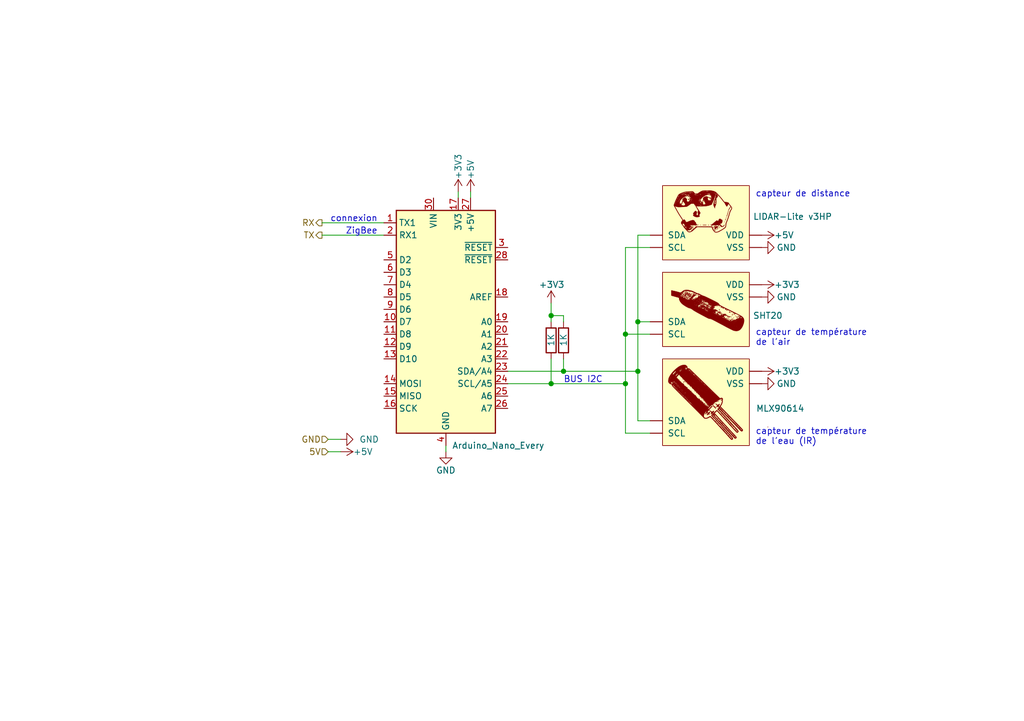
<source format=kicad_sch>
(kicad_sch (version 20230121) (generator eeschema)
  (paper "A5")
  (lib_symbols
    (symbol "Device:R" (pin_numbers hide) (pin_names (offset 0))
      (property "Reference" "R" (at 2.032 0 90))
      (property "Value" "R" (at 0 0 90))
      (symbol "R_1_1"
        (pin passive line (at 0 3.81 270) (length 1.27) (name "~") (number "1"))
        (pin passive line (at 0 -3.81 90) (length 1.27) (name "~") (number "2"))
      )
    )
    (symbol "Library_puits:MLX90614ESF-BCI-000-TU" (pin_names (offset 1.016))
      (symbol "MLX90614ESF-BCI-000-TU_1_1"
        (pin input line (at -11.43 -6.35 0) (length 2.54) (name "SCL") (number ""))
        (pin input line (at -11.43 -3.81 0) (length 2.54) (name "SDA") (number ""))
        (pin input line (at 11.43 6.35 180) (length 2.54) (name "VDD") (number ""))
        (pin input line (at 11.43 3.81 180) (length 2.54) (name "VSS") (number ""))
      )
    )
    (symbol "Library_puits:SEN-14599" (pin_names (offset 1.016))
      (symbol "SEN-14599_1_1"
        (pin input line (at -11.43 -5.08 0) (length 2.54) (name "SCL") (number ""))
        (pin input line (at -11.43 -2.54 0) (length 2.54) (name "SDA") (number ""))
        (pin input line (at 11.43 -2.54 180) (length 2.54) (name "VDD") (number ""))
        (pin input line (at 11.43 -5.08 180) (length 2.54) (name "VSS") (number ""))
      )
    )
    (symbol "Library_puits:SHT20" (pin_names (offset 1.016))
      (symbol "SHT20_1_1"
        (pin input line (at -11.43 -5.08 0) (length 2.54) (name "SCL") (number ""))
        (pin input line (at -11.43 -2.54 0) (length 2.54) (name "SDA") (number ""))
        (pin input line (at 11.43 5.08 180) (length 2.54) (name "VDD") (number ""))
        (pin input line (at 11.43 2.54 180) (length 2.54) (name "VSS") (number ""))
      )
    )
    (symbol "MCU_Module:Arduino_Nano_Every"
      (property "Reference" "A" (at -10.16 23.495 0))
      (property "Value" "Arduino_Nano_Every" (at 5.08 -24.13 0))
      (symbol "Arduino_Nano_Every_1_1"
        (pin bidirectional line (at -12.7 20.32 0) (length 2.54) (name "TX1") (number "1"))
        (pin bidirectional line (at -12.7 0 0) (length 2.54) (name "D7") (number "10"))
        (pin bidirectional line (at -12.7 -2.54 0) (length 2.54) (name "D8") (number "11"))
        (pin bidirectional line (at -12.7 -5.08 0) (length 2.54) (name "D9") (number "12"))
        (pin bidirectional line (at -12.7 -7.62 0) (length 2.54) (name "D10") (number "13"))
        (pin bidirectional line (at -12.7 -12.7 0) (length 2.54) (name "MOSI") (number "14"))
        (pin bidirectional line (at -12.7 -15.24 0) (length 2.54) (name "MISO") (number "15"))
        (pin bidirectional line (at -12.7 -17.78 0) (length 2.54) (name "SCK") (number "16"))
        (pin power_out line (at 2.54 25.4 270) (length 2.54) (name "3V3") (number "17"))
        (pin input line (at 12.7 5.08 180) (length 2.54) (name "AREF") (number "18"))
        (pin bidirectional line (at 12.7 0 180) (length 2.54) (name "A0") (number "19"))
        (pin bidirectional line (at -12.7 17.78 0) (length 2.54) (name "RX1") (number "2"))
        (pin bidirectional line (at 12.7 -2.54 180) (length 2.54) (name "A1") (number "20"))
        (pin bidirectional line (at 12.7 -5.08 180) (length 2.54) (name "A2") (number "21"))
        (pin bidirectional line (at 12.7 -7.62 180) (length 2.54) (name "A3") (number "22"))
        (pin bidirectional line (at 12.7 -10.16 180) (length 2.54) (name "SDA/A4") (number "23"))
        (pin bidirectional line (at 12.7 -12.7 180) (length 2.54) (name "SCL/A5") (number "24"))
        (pin bidirectional line (at 12.7 -15.24 180) (length 2.54) (name "A6") (number "25"))
        (pin bidirectional line (at 12.7 -17.78 180) (length 2.54) (name "A7") (number "26"))
        (pin power_out line (at 5.08 25.4 270) (length 2.54) (name "+5V") (number "27"))
        (pin input line (at 12.7 12.7 180) (length 2.54) (name "~{RESET}") (number "28"))
        (pin passive line (at 0 -25.4 90) (length 2.54) hide (name "GND") (number "29"))
        (pin input line (at 12.7 15.24 180) (length 2.54) (name "~{RESET}") (number "3"))
        (pin power_in line (at -2.54 25.4 270) (length 2.54) (name "VIN") (number "30"))
        (pin power_in line (at 0 -25.4 90) (length 2.54) (name "GND") (number "4"))
        (pin bidirectional line (at -12.7 12.7 0) (length 2.54) (name "D2") (number "5"))
        (pin bidirectional line (at -12.7 10.16 0) (length 2.54) (name "D3") (number "6"))
        (pin bidirectional line (at -12.7 7.62 0) (length 2.54) (name "D4") (number "7"))
        (pin bidirectional line (at -12.7 5.08 0) (length 2.54) (name "D5") (number "8"))
        (pin bidirectional line (at -12.7 2.54 0) (length 2.54) (name "D6") (number "9"))
      )
    )
    (symbol "power:+3V3" (power) (pin_names (offset 0))
      (property "Value" "+3V3" (at 0 3.556 0))
      (symbol "+3V3_1_1"
        (pin power_in line (at 0 0 90) (length 0) hide (name "+3V3") (number "1"))
      )
    )
    (symbol "power:+5V" (power) (pin_names (offset 0))
      (property "Value" "+5V" (at 0 3.556 0))
      (symbol "+5V_1_1"
        (pin power_in line (at 0 0 90) (length 0) hide (name "+5V") (number "1"))
      )
    )
    (symbol "power:GND" (power) (pin_names (offset 0))
      (property "Value" "GND" (at 0 -3.81 0))
      (symbol "GND_1_1"
        (pin power_in line (at 0 0 270) (length 0) hide (name "GND") (number "1"))
      )
    )
  )
  (junction (at 130.81 76.2))
  (junction (at 130.81 66.04))
  (junction (at 115.57 76.2))
  (junction (at 128.27 68.58))
  (junction (at 113.03 64.77))
  (junction (at 128.27 78.74))
  (junction (at 113.03 78.74))
  (wire (pts (xy 104.14 76.2) (xy 115.57 76.2)))
  (wire (pts (xy 69.85 90.17) (xy 67.31 90.17)))
  (wire (pts (xy 113.03 64.77) (xy 115.57 64.77)))
  (wire (pts (xy 115.57 73.66) (xy 115.57 76.2)))
  (wire (pts (xy 133.35 66.04) (xy 130.81 66.04)))
  (wire (pts (xy 128.27 68.58) (xy 128.27 50.8)))
  (wire (pts (xy 113.03 62.23) (xy 113.03 64.77)))
  (wire (pts (xy 93.98 39.37) (xy 93.98 40.64)))
  (wire (pts (xy 130.81 48.26) (xy 133.35 48.26)))
  (wire (pts (xy 113.03 78.74) (xy 128.27 78.74)))
  (wire (pts (xy 133.35 88.9) (xy 128.27 88.9)))
  (wire (pts (xy 128.27 88.9) (xy 128.27 78.74)))
  (wire (pts (xy 128.27 50.8) (xy 133.35 50.8)))
  (wire (pts (xy 91.44 92.71) (xy 91.44 91.44)))
  (wire (pts (xy 113.03 73.66) (xy 113.03 78.74)))
  (wire (pts (xy 96.52 39.37) (xy 96.52 40.64)))
  (wire (pts (xy 128.27 68.58) (xy 133.35 68.58)))
  (wire (pts (xy 128.27 78.74) (xy 128.27 68.58)))
  (wire (pts (xy 69.85 92.71) (xy 67.31 92.71)))
  (wire (pts (xy 130.81 66.04) (xy 130.81 48.26)))
  (wire (pts (xy 130.81 76.2) (xy 130.81 86.36)))
  (wire (pts (xy 115.57 76.2) (xy 130.81 76.2)))
  (wire (pts (xy 66.04 48.26) (xy 78.74 48.26)))
  (wire (pts (xy 104.14 78.74) (xy 113.03 78.74)))
  (wire (pts (xy 113.03 64.77) (xy 113.03 66.04)))
  (wire (pts (xy 115.57 64.77) (xy 115.57 66.04)))
  (wire (pts (xy 66.04 45.72) (xy 78.74 45.72)))
  (wire (pts (xy 130.81 86.36) (xy 133.35 86.36)))
  (wire (pts (xy 130.81 66.04) (xy 130.81 76.2)))
  (text "connexion" (at 77.47 45.72 0) (effects (font (size 1.27 1.27)) (justify right bottom)))
  (text "capteur de température\nde l'air" (at 154.94 71.12 0) (effects (font (size 1.27 1.27)) (justify left bottom)))
  (text "BUS I2C" (at 115.57 78.74 0) (effects (font (size 1.27 1.27)) (justify left bottom)))
  (text "capteur de distance" (at 154.94 40.64 0) (effects (font (size 1.27 1.27)) (justify left bottom)))
  (text "ZigBee" (at 77.47 48.26 0) (effects (font (size 1.27 1.27)) (justify right bottom)))
  (text "capteur de température\nde l'eau (IR)" (at 154.94 91.44 0) (effects (font (size 1.27 1.27)) (justify left bottom)))
  (hierarchical_label "5V" (shape input) (at 67.31 92.71 180))
  (hierarchical_label "RX" (shape output) (at 66.04 45.72 180))
  (hierarchical_label "TX" (shape output) (at 66.04 48.26 180))
  (hierarchical_label "GND" (shape input) (at 67.31 90.17 180))
  (symbol (lib_id "Library_puits:SEN-14599") (at 144.78 45.72 0) (unit 1)
    (property "Reference" "U4" (effects hide))
    (property "Value" "LIDAR-Lite v3HP" (at 162.56 44.45 0))
  )
  (symbol (lib_id "power:+5V") (at 69.85 92.71 270) (unit 1)
    (property "Reference" "#PWR017" (effects hide))
    (property "Value" "+5V" (at 72.39 92.71 90) (effects (justify left)))
  )
  (symbol (lib_id "power:+3V3") (at 156.21 76.2 270) (unit 1)
    (property "Reference" "#PWR03" (effects hide))
    (property "Value" "+3V3" (at 158.75 76.2 90) (effects (justify left)))
  )
  (symbol (lib_id "power:GND") (at 91.44 92.71 0) (unit 1)
    (property "Reference" "#PWR04" (effects hide))
    (property "Value" "GND" (at 91.44 96.52 0))
  )
  (symbol (lib_id "power:GND") (at 156.21 60.96 90) (unit 1)
    (property "Reference" "#PWR09" (effects hide))
    (property "Value" "GND" (at 161.29 60.96 90))
  )
  (symbol (lib_id "power:GND") (at 69.85 90.17 90) (unit 1)
    (property "Reference" "#PWR01" (effects hide))
    (property "Value" "GND" (at 73.66 90.17 90) (effects (justify right)))
  )
  (symbol (lib_id "MCU_Module:Arduino_Nano_Every") (at 91.44 66.04 0) (unit 1)
    (property "Reference" "U1" (effects hide))
    (property "Value" "Arduino_Nano_Every" (at 92.71 91.44 0) (effects (justify left)))
    (property "Footprint" "Module:Arduino_Nano" (effects hide))
    (property "Datasheet" "https://content.arduino.cc/assets/NANOEveryV3.0_sch.pdf" (effects hide))
  )
  (symbol (lib_id "power:+3V3") (at 93.98 39.37 0) (unit 1)
    (property "Reference" "#PWR06" (effects hide))
    (property "Value" "+3V3" (at 93.98 36.83 90) (effects (justify left)))
  )
  (symbol (lib_id "Device:R") (at 113.03 69.85 0) (mirror y) (unit 1)
    (property "Reference" "R1" (effects hide))
    (property "Value" "1K" (at 113.03 71.12 90) (effects (justify left)))
  )
  (symbol (lib_id "power:GND") (at 156.21 50.8 90) (unit 1)
    (property "Reference" "#PWR011" (effects hide))
    (property "Value" "GND" (at 161.29 50.8 90))
  )
  (symbol (lib_id "power:GND") (at 156.21 78.74 90) (unit 1)
    (property "Reference" "#PWR014" (effects hide))
    (property "Value" "GND" (at 161.29 78.74 90))
  )
  (symbol (lib_id "Device:R") (at 115.57 69.85 0) (unit 1)
    (property "Reference" "R2" (effects hide))
    (property "Value" "1K" (at 115.57 71.12 90) (effects (justify left)))
  )
  (symbol (lib_id "power:+5V") (at 156.21 48.26 270) (unit 1)
    (property "Reference" "#PWR012" (effects hide))
    (property "Value" "+5V" (at 158.75 48.26 90) (effects (justify left)))
  )
  (symbol (lib_id "Library_puits:SHT20") (at 144.78 63.5 0) (unit 1)
    (property "Reference" "U2" (effects hide))
    (property "Value" "SHT20" (at 157.48 64.77 0))
  )
  (symbol (lib_id "power:+3V3") (at 113.03 62.23 0) (unit 1)
    (property "Reference" "#PWR08" (effects hide))
    (property "Value" "+3V3" (at 110.49 58.42 0) (effects (justify left)))
  )
  (symbol (lib_id "power:+3V3") (at 156.21 58.42 270) (unit 1)
    (property "Reference" "#PWR010" (effects hide))
    (property "Value" "+3V3" (at 158.75 58.42 90) (effects (justify left)))
  )
  (symbol (lib_id "power:+5V") (at 96.52 39.37 0) (unit 1)
    (property "Reference" "#PWR07" (effects hide))
    (property "Value" "+5V" (at 96.52 36.83 90) (effects (justify left)))
  )
  (symbol (lib_id "Library_puits:MLX90614ESF-BCI-000-TU") (at 144.78 82.55 0) (unit 1)
    (property "Reference" "U3" (effects hide))
    (property "Value" "MLX90614" (at 160.02 83.82 0))
    (property "Comment" "MLX90614ESF-BCI-000-TU" (effects hide))
  )
)
</source>
